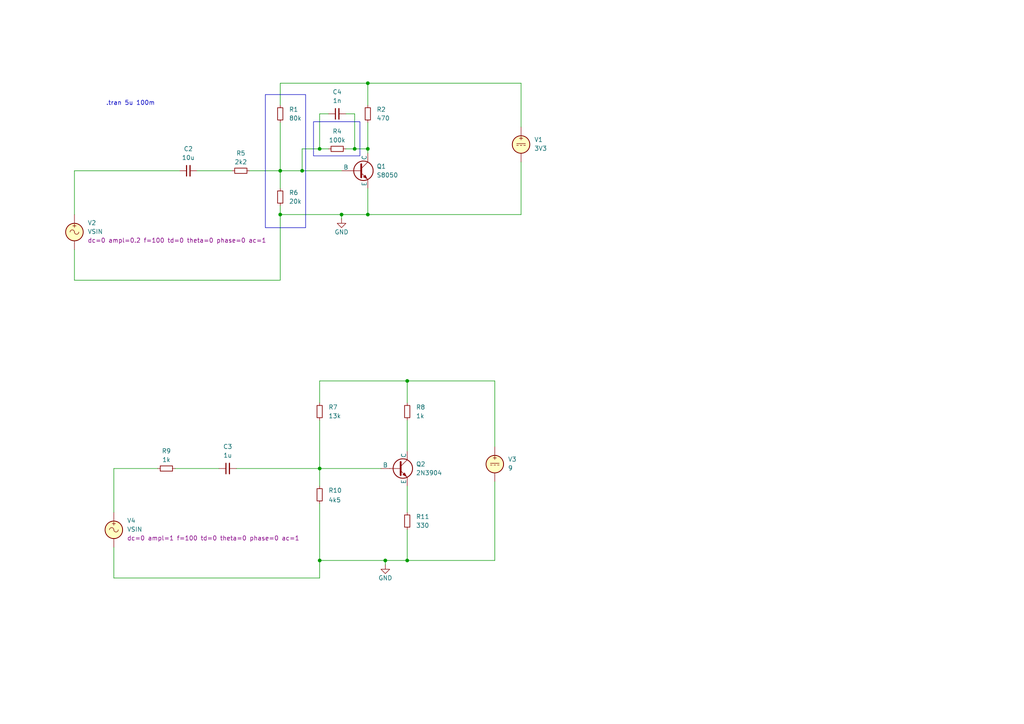
<source format=kicad_sch>
(kicad_sch (version 20231120) (generator "eeschema") (generator_version "8.0")
  (paper "A4")
  (title_block (title "Sheet Title") (rev "1.0") (comment 8 "Project Title") (comment 9 "Project Engineer"))
  (lib_symbols
    (symbol "Device:C_Small" (pin_numbers hide) (pin_names (offset 0.254) hide)
      (property "Reference" "C" (at 0.254 1.778 0))
      (property "Value" "C_Small" (at 0.254 -2.032 0))
      (symbol "C_Small_0_1"
        (polyline (pts (xy -1.524 -0.508) (xy 1.524 -0.508)) (stroke (width 0.3302)))
        (polyline (pts (xy -1.524 0.508) (xy 1.524 0.508)) (stroke (width 0.3048)))
      )
      (symbol "C_Small_1_1"
        (pin passive line (at 0 2.54 270) (length 2.032) (name "~") (number "1"))
        (pin passive line (at 0 -2.54 90) (length 2.032) (name "~") (number "2"))
      )
    )
    (symbol "Device:R_Small" (pin_numbers hide) (pin_names (offset 0.254) hide)
      (property "Reference" "R" (at 0.762 0.508 0))
      (property "Value" "R_Small" (at 0.762 -1.016 0))
      (symbol "R_Small_0_1"
        (rectangle (start -0.762 1.778) (end 0.762 -1.778) (stroke (width 0.2032)))
      )
      (symbol "R_Small_1_1"
        (pin passive line (at 0 2.54 270) (length 0.762) (name "~") (number "1"))
        (pin passive line (at 0 -2.54 90) (length 0.762) (name "~") (number "2"))
      )
    )
    (symbol "Simulation_SPICE:NPN" (pin_numbers hide) (pin_names (offset 0))
      (property "Reference" "Q" (at -2.54 7.62 0))
      (property "Value" "NPN" (at -2.54 5.08 0))
      (symbol "NPN_0_1"
        (polyline (pts (xy -2.54 0) (xy 0.635 0)) (stroke (width 0.1524)))
        (polyline (pts (xy 0.635 0.635) (xy 2.54 2.54)))
        (polyline (pts (xy 2.794 -1.27) (xy 2.794 -1.27)) (stroke (width 0.1524)))
        (polyline (pts (xy 2.794 -1.27) (xy 2.794 -1.27)) (stroke (width 0.1524)))
        (polyline (pts (xy 0.635 -0.635) (xy 2.54 -2.54) (xy 2.54 -2.54)))
        (polyline (pts (xy 0.635 1.905) (xy 0.635 -1.905) (xy 0.635 -1.905)) (stroke (width 0.508)))
        (polyline (pts (xy 1.27 -1.778) (xy 1.778 -1.27) (xy 2.286 -2.286) (xy 1.27 -1.778) (xy 1.27 -1.778)) (fill (type outline)))
        (circle (center 1.27 0) (radius 2.8194) (stroke (width 0.254)))
      )
      (symbol "NPN_1_1"
        (pin open_collector line (at 2.54 5.08 270) (length 2.54) (name "C") (number "1"))
        (pin input line (at -5.08 0 0) (length 2.54) (name "B") (number "2"))
        (pin open_emitter line (at 2.54 -5.08 90) (length 2.54) (name "E") (number "3"))
      )
    )
    (symbol "Simulation_SPICE:VDC" (pin_numbers hide) (pin_names (offset 0.0254))
      (property "Reference" "V" (at 2.54 2.54 0))
      (property "Value" "1" (at 2.54 0 0))
      (symbol "VDC_0_0"
        (polyline (pts (xy -1.27 0.254) (xy 1.27 0.254)))
        (polyline (pts (xy -0.762 -0.254) (xy -1.27 -0.254)))
        (polyline (pts (xy 0.254 -0.254) (xy -0.254 -0.254)))
        (polyline (pts (xy 1.27 -0.254) (xy 0.762 -0.254)))
        (text "+" (at 0 1.905 0) (effects (font (size 1.27 1.27))))
      )
      (symbol "VDC_0_1"
        (circle (center 0 0) (radius 2.54) (stroke (width 0.254)) (fill (type background)))
      )
      (symbol "VDC_1_1"
        (pin passive line (at 0 5.08 270) (length 2.54) (name "~") (number "1"))
        (pin passive line (at 0 -5.08 90) (length 2.54) (name "~") (number "2"))
      )
    )
    (symbol "Simulation_SPICE:VSIN" (pin_numbers hide) (pin_names (offset 0.0254))
      (property "Reference" "V" (at 2.54 2.54 0))
      (property "Value" "VSIN" (at 2.54 0 0))
      (property "Sim.Params" "dc=0 ampl=1 f=1k ac=1" (at 2.54 -2.54 0))
      (symbol "VSIN_0_0"
        (arc (start 0 0) (mid -0.635 0.6323) (end -1.27 0))
        (arc (start 0 0) (mid 0.635 -0.6323) (end 1.27 0))
        (text "+" (at 0 1.905 0) (effects (font (size 1.27 1.27))))
      )
      (symbol "VSIN_0_1"
        (circle (center 0 0) (radius 2.54) (stroke (width 0.254)) (fill (type background)))
      )
      (symbol "VSIN_1_1"
        (pin passive line (at 0 5.08 270) (length 2.54) (name "~") (number "1"))
        (pin passive line (at 0 -5.08 90) (length 2.54) (name "~") (number "2"))
      )
    )
    (symbol "power:GND" (power) (pin_numbers hide) (pin_names (offset 0) hide)
      (property "Value" "GND" (at 0 -3.81 0))
      (symbol "GND_0_1"
        (polyline (pts (xy 0 0) (xy 0 -1.27) (xy 1.27 -1.27) (xy 0 -2.54) (xy -1.27 -1.27) (xy 0 -1.27)))
      )
      (symbol "GND_1_1"
        (pin power_in line (at 0 0 270) (length 0) (name "~") (number "1"))
      )
    )
  )
  (junction (at 92.71 162.56))
  (junction (at 92.71 43.18))
  (junction (at 102.87 43.18))
  (junction (at 118.11 110.49))
  (junction (at 87.63 49.53))
  (junction (at 118.11 162.56))
  (junction (at 81.28 62.23))
  (junction (at 106.68 43.18))
  (junction (at 106.68 24.13))
  (junction (at 99.06 62.23))
  (junction (at 92.71 135.89))
  (junction (at 81.28 49.53))
  (junction (at 106.68 62.23))
  (junction (at 111.76 162.56))
  (wire (pts (xy 21.59 72.39) (xy 21.59 81.28)))
  (wire (pts (xy 151.13 36.83) (xy 151.13 24.13)))
  (wire (pts (xy 118.11 140.97) (xy 118.11 148.59)))
  (wire (pts (xy 92.71 121.92) (xy 92.71 135.89)))
  (wire (pts (xy 92.71 135.89) (xy 110.49 135.89)))
  (wire (pts (xy 151.13 46.99) (xy 151.13 62.23)))
  (wire (pts (xy 81.28 24.13) (xy 106.68 24.13)))
  (wire (pts (xy 143.51 129.54) (xy 143.51 110.49)))
  (wire (pts (xy 87.63 43.18) (xy 92.71 43.18)))
  (wire (pts (xy 57.15 49.53) (xy 67.31 49.53)))
  (wire (pts (xy 21.59 81.28) (xy 81.28 81.28)))
  (wire (pts (xy 106.68 54.61) (xy 106.68 62.23)))
  (wire (pts (xy 111.76 162.56) (xy 111.76 163.83)))
  (wire (pts (xy 143.51 162.56) (xy 118.11 162.56)))
  (wire (pts (xy 33.02 158.75) (xy 33.02 167.64)))
  (wire (pts (xy 87.63 43.18) (xy 87.63 49.53)))
  (wire (pts (xy 106.68 24.13) (xy 151.13 24.13)))
  (wire (pts (xy 92.71 110.49) (xy 118.11 110.49)))
  (wire (pts (xy 143.51 139.7) (xy 143.51 162.56)))
  (wire (pts (xy 52.07 49.53) (xy 21.59 49.53)))
  (wire (pts (xy 106.68 62.23) (xy 99.06 62.23)))
  (wire (pts (xy 81.28 35.56) (xy 81.28 49.53)))
  (wire (pts (xy 99.06 62.23) (xy 99.06 63.5)))
  (wire (pts (xy 92.71 33.02) (xy 92.71 43.18)))
  (wire (pts (xy 92.71 135.89) (xy 92.71 140.97)))
  (wire (pts (xy 100.33 43.18) (xy 102.87 43.18)))
  (wire (pts (xy 45.72 135.89) (xy 33.02 135.89)))
  (wire (pts (xy 95.25 43.18) (xy 92.71 43.18)))
  (wire (pts (xy 106.68 43.18) (xy 106.68 44.45)))
  (wire (pts (xy 92.71 162.56) (xy 111.76 162.56)))
  (wire (pts (xy 33.02 167.64) (xy 92.71 167.64)))
  (wire (pts (xy 118.11 162.56) (xy 111.76 162.56)))
  (wire (pts (xy 81.28 81.28) (xy 81.28 62.23)))
  (wire (pts (xy 106.68 24.13) (xy 106.68 30.48)))
  (wire (pts (xy 81.28 49.53) (xy 87.63 49.53)))
  (wire (pts (xy 21.59 49.53) (xy 21.59 62.23)))
  (wire (pts (xy 118.11 110.49) (xy 118.11 116.84)))
  (wire (pts (xy 92.71 146.05) (xy 92.71 162.56)))
  (wire (pts (xy 63.5 135.89) (xy 50.8 135.89)))
  (wire (pts (xy 72.39 49.53) (xy 81.28 49.53)))
  (wire (pts (xy 118.11 121.92) (xy 118.11 130.81)))
  (wire (pts (xy 81.28 62.23) (xy 81.28 59.69)))
  (wire (pts (xy 92.71 116.84) (xy 92.71 110.49)))
  (wire (pts (xy 151.13 62.23) (xy 106.68 62.23)))
  (wire (pts (xy 33.02 135.89) (xy 33.02 148.59)))
  (wire (pts (xy 87.63 49.53) (xy 99.06 49.53)))
  (wire (pts (xy 106.68 35.56) (xy 106.68 43.18)))
  (wire (pts (xy 81.28 49.53) (xy 81.28 54.61)))
  (wire (pts (xy 95.25 33.02) (xy 92.71 33.02)))
  (wire (pts (xy 92.71 167.64) (xy 92.71 162.56)))
  (wire (pts (xy 100.33 33.02) (xy 102.87 33.02)))
  (wire (pts (xy 99.06 62.23) (xy 81.28 62.23)))
  (wire (pts (xy 81.28 30.48) (xy 81.28 24.13)))
  (wire (pts (xy 118.11 153.67) (xy 118.11 162.56)))
  (wire (pts (xy 102.87 43.18) (xy 106.68 43.18)))
  (wire (pts (xy 102.87 33.02) (xy 102.87 43.18)))
  (wire (pts (xy 143.51 110.49) (xy 118.11 110.49)))
  (wire (pts (xy 68.58 135.89) (xy 92.71 135.89)))
  (rectangle (start 90.932 35.306) (end 104.394 45.212))
  (rectangle (start 76.962 27.432) (end 88.646 66.04))
  (text ".tran 5u 100m" (at 30.734 30.734 0) (effects (font (size 1.27 1.27)) (justify left bottom)))
  (symbol (lib_id "Device:R_Small") (at 97.79 43.18 90) (unit 1)
    (property "Reference" "R4" (at 97.79 38.1 90))
    (property "Value" "100k" (at 97.79 40.64 90))
    (property "Description" "Resistor, small symbol" (effects (hide yes)))
  )
  (symbol (lib_id "Device:R_Small") (at 92.71 143.51 0) (unit 1)
    (property "Reference" "R10" (at 95.25 142.2399 0) (effects (justify left)))
    (property "Value" "4k5" (at 95.25 145.034 0) (effects (justify left)))
    (property "Description" "Resistor, small symbol" (effects (hide yes)))
  )
  (symbol (lib_id "Simulation_SPICE:NPN") (at 104.14 49.53 0) (unit 1)
    (property "Reference" "Q1" (at 109.22 48.2599 0) (effects (justify left)))
    (property "Value" "S8050" (at 109.22 50.7999 0) (effects (justify left)))
    (property "Datasheet" "https://ngspice.sourceforge.io/docs/ngspice-html-manual/manual.xhtml#cha_BJTs" (effects (hide yes)))
    (property "Description" "Bipolar transistor symbol for simulation only, substrate tied to the emitter" (effects (hide yes)))
    (property "Sim.Device" "NPN" (effects (hide yes)))
    (property "Sim.Type" "GUMMELPOON" (effects (hide yes)))
    (property "Sim.Pins" "1=C 2=B 3=E" (effects (hide yes)))
    (property "Sim.Library" "models\\SS8050.lib" (effects (hide yes)))
    (property "Sim.Name" "SS8050" (effects (hide yes)))
  )
  (symbol (lib_id "Device:C_Small") (at 66.04 135.89 90) (unit 1)
    (property "Reference" "C3" (at 66.0463 129.54 90))
    (property "Value" "1u" (at 66.0463 132.08 90))
    (property "Description" "Unpolarized capacitor, small symbol" (effects (hide yes)))
  )
  (symbol (lib_id "Simulation_SPICE:VDC") (at 151.13 41.91 0) (unit 1)
    (property "Reference" "V1" (at 154.94 40.5101 0) (effects (justify left)))
    (property "Value" "3V3" (at 154.94 43.0501 0) (effects (justify left)))
    (property "Datasheet" "https://ngspice.sourceforge.io/docs/ngspice-html-manual/manual.xhtml#sec_Independent_Sources_for" (effects (hide yes)))
    (property "Description" "Voltage source, DC" (effects (hide yes)))
    (property "Sim.Pins" "1=+ 2=-" (effects (hide yes)))
    (property "Sim.Type" "DC" (effects (hide yes)))
    (property "Sim.Device" "V" (effects (hide yes)))
  )
  (symbol (lib_id "Device:R_Small") (at 81.28 33.02 0) (unit 1)
    (property "Reference" "R1" (at 83.82 31.7499 0) (effects (justify left)))
    (property "Value" "80k" (at 83.82 34.2899 0) (effects (justify left)))
    (property "Description" "Resistor, small symbol" (effects (hide yes)))
  )
  (symbol (lib_id "Simulation_SPICE:NPN") (at 115.57 135.89 0) (unit 1)
    (property "Reference" "Q2" (at 120.65 134.6199 0) (effects (justify left)))
    (property "Value" "2N3904" (at 120.65 137.1599 0) (effects (justify left)))
    (property "Datasheet" "https://ngspice.sourceforge.io/docs/ngspice-html-manual/manual.xhtml#cha_BJTs" (effects (hide yes)))
    (property "Description" "Bipolar transistor symbol for simulation only, substrate tied to the emitter" (effects (hide yes)))
    (property "Sim.Device" "NPN" (effects (hide yes)))
    (property "Sim.Type" "GUMMELPOON" (effects (hide yes)))
    (property "Sim.Pins" "1=C 2=B 3=E" (effects (hide yes)))
    (property "Sim.Library" "models\\2N3904.LIB" (effects (hide yes)))
    (property "Sim.Name" "Q2n3904" (effects (hide yes)))
  )
  (symbol (lib_id "Device:R_Small") (at 48.26 135.89 90) (unit 1)
    (property "Reference" "R9" (at 48.26 130.81 90))
    (property "Value" "1k" (at 48.26 133.35 90))
    (property "Description" "Resistor, small symbol" (effects (hide yes)))
  )
  (symbol (lib_id "power:GND") (at 99.06 63.5 0) (unit 1)
    (property "Reference" "#PWR01" (effects (hide yes)))
    (property "Value" "GND" (at 99.06 67.31 0))
    (property "Description" "Power symbol creates a global label with name \"GND\" , ground" (effects (hide yes)))
  )
  (symbol (lib_id "Device:R_Small") (at 118.11 119.38 0) (unit 1)
    (property "Reference" "R8" (at 120.65 118.1099 0) (effects (justify left)))
    (property "Value" "1k" (at 120.65 120.6499 0) (effects (justify left)))
    (property "Description" "Resistor, small symbol" (effects (hide yes)))
  )
  (symbol (lib_id "Device:R_Small") (at 106.68 33.02 0) (unit 1)
    (property "Reference" "R2" (at 109.22 31.7499 0) (effects (justify left)))
    (property "Value" "470" (at 109.22 34.2899 0) (effects (justify left)))
    (property "Description" "Resistor, small symbol" (effects (hide yes)))
  )
  (symbol (lib_id "Device:C_Small") (at 97.79 33.02 90) (unit 1)
    (property "Reference" "C4" (at 97.7963 26.67 90))
    (property "Value" "1n" (at 97.7963 29.21 90))
    (property "Description" "Unpolarized capacitor, small symbol" (effects (hide yes)))
  )
  (symbol (lib_id "Device:R_Small") (at 92.71 119.38 0) (unit 1)
    (property "Reference" "R7" (at 95.25 118.1099 0) (effects (justify left)))
    (property "Value" "13k" (at 95.25 120.6499 0) (effects (justify left)))
    (property "Description" "Resistor, small symbol" (effects (hide yes)))
  )
  (symbol (lib_id "Device:C_Small") (at 54.61 49.53 90) (unit 1)
    (property "Reference" "C2" (at 54.6163 43.18 90))
    (property "Value" "10u" (at 54.6163 45.72 90))
    (property "Description" "Unpolarized capacitor, small symbol" (effects (hide yes)))
  )
  (symbol (lib_id "Simulation_SPICE:VSIN") (at 33.02 153.67 0) (unit 1)
    (property "Reference" "V4" (at 36.83 151.0001 0) (effects (justify left)))
    (property "Value" "VSIN" (at 36.83 153.5401 0) (effects (justify left)))
    (property "Datasheet" "https://ngspice.sourceforge.io/docs/ngspice-html-manual/manual.xhtml#sec_Independent_Sources_for" (effects (hide yes)))
    (property "Description" "Voltage source, sinusoidal" (effects (hide yes)))
    (property "Sim.Pins" "1=+ 2=-" (effects (hide yes)))
    (property "Sim.Params" "dc=0 ampl=1 f=100 td=0 theta=0 phase=0 ac=1" (at 36.83 156.0801 0) (effects (justify left)))
    (property "Sim.Type" "SIN" (effects (hide yes)))
    (property "Sim.Device" "V" (effects (hide yes)))
  )
  (symbol (lib_id "Device:R_Small") (at 69.85 49.53 90) (unit 1)
    (property "Reference" "R5" (at 69.85 44.45 90))
    (property "Value" "2k2" (at 69.85 46.99 90))
    (property "Description" "Resistor, small symbol" (effects (hide yes)))
  )
  (symbol (lib_id "Device:R_Small") (at 118.11 151.13 180) (unit 1)
    (property "Reference" "R11" (at 120.65 149.8599 0) (effects (justify right)))
    (property "Value" "330" (at 120.65 152.3999 0) (effects (justify right)))
    (property "Description" "Resistor, small symbol" (effects (hide yes)))
  )
  (symbol (lib_id "Simulation_SPICE:VDC") (at 143.51 134.62 0) (unit 1)
    (property "Reference" "V3" (at 147.32 133.2201 0) (effects (justify left)))
    (property "Value" "9" (at 147.32 135.7601 0) (effects (justify left)))
    (property "Datasheet" "https://ngspice.sourceforge.io/docs/ngspice-html-manual/manual.xhtml#sec_Independent_Sources_for" (effects (hide yes)))
    (property "Description" "Voltage source, DC" (effects (hide yes)))
    (property "Sim.Pins" "1=+ 2=-" (effects (hide yes)))
    (property "Sim.Type" "DC" (effects (hide yes)))
    (property "Sim.Device" "V" (effects (hide yes)))
  )
  (symbol (lib_id "Device:R_Small") (at 81.28 57.15 0) (unit 1)
    (property "Reference" "R6" (at 83.82 55.8799 0) (effects (justify left)))
    (property "Value" "20k" (at 83.82 58.4199 0) (effects (justify left)))
    (property "Description" "Resistor, small symbol" (effects (hide yes)))
  )
  (symbol (lib_id "Simulation_SPICE:VSIN") (at 21.59 67.31 0) (unit 1)
    (property "Reference" "V2" (at 25.4 64.6401 0) (effects (justify left)))
    (property "Value" "VSIN" (at 25.4 67.1801 0) (effects (justify left)))
    (property "Datasheet" "https://ngspice.sourceforge.io/docs/ngspice-html-manual/manual.xhtml#sec_Independent_Sources_for" (effects (hide yes)))
    (property "Description" "Voltage source, sinusoidal" (effects (hide yes)))
    (property "Sim.Pins" "1=+ 2=-" (effects (hide yes)))
    (property "Sim.Params" "dc=0 ampl=0.2 f=100 td=0 theta=0 phase=0 ac=1" (at 25.4 69.7201 0) (effects (justify left)))
    (property "Sim.Type" "SIN" (effects (hide yes)))
    (property "Sim.Device" "V" (effects (hide yes)))
  )
  (symbol (lib_id "power:GND") (at 111.76 163.83 0) (unit 1)
    (property "Reference" "#PWR02" (effects (hide yes)))
    (property "Value" "GND" (at 111.76 167.64 0))
    (property "Description" "Power symbol creates a global label with name \"GND\" , ground" (effects (hide yes)))
  )
)
</source>
